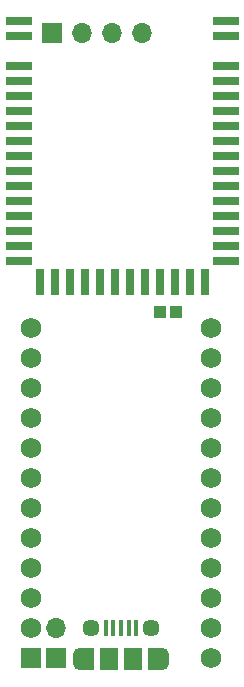
<source format=gbr>
G04 #@! TF.GenerationSoftware,KiCad,Pcbnew,(5.0.0)*
G04 #@! TF.CreationDate,2019-09-30T14:37:48-06:00*
G04 #@! TF.ProjectId,BlueMicro,426C75654D6963726F2E6B696361645F,rev?*
G04 #@! TF.SameCoordinates,Original*
G04 #@! TF.FileFunction,Soldermask,Top*
G04 #@! TF.FilePolarity,Negative*
%FSLAX46Y46*%
G04 Gerber Fmt 4.6, Leading zero omitted, Abs format (unit mm)*
G04 Created by KiCad (PCBNEW (5.0.0)) date 09/30/19 14:37:48*
%MOMM*%
%LPD*%
G01*
G04 APERTURE LIST*
%ADD10R,1.700000X1.700000*%
%ADD11O,1.700000X1.700000*%
%ADD12R,1.500000X1.900000*%
%ADD13C,1.450000*%
%ADD14R,0.400000X1.350000*%
%ADD15O,1.200000X1.900000*%
%ADD16R,1.200000X1.900000*%
%ADD17R,0.720000X2.200000*%
%ADD18R,2.200000X0.720000*%
%ADD19R,1.752600X1.752600*%
%ADD20C,1.752600*%
%ADD21R,1.000000X1.000000*%
G04 APERTURE END LIST*
D10*
G04 #@! TO.C,J9*
X72263000Y-53467000D03*
D11*
X74803000Y-53467000D03*
X77343000Y-53467000D03*
X79883000Y-53467000D03*
G04 #@! TD*
D10*
G04 #@! TO.C,J10*
X72644000Y-106426000D03*
D11*
X72644000Y-103886000D03*
G04 #@! TD*
D12*
G04 #@! TO.C,J17*
X79121000Y-106520500D03*
D13*
X75621000Y-103820500D03*
D14*
X77471000Y-103820500D03*
X76821000Y-103820500D03*
X79421000Y-103820500D03*
X78771000Y-103820500D03*
X78121000Y-103820500D03*
D13*
X80621000Y-103820500D03*
D12*
X77121000Y-106520500D03*
D15*
X74621000Y-106520500D03*
X81621000Y-106520500D03*
D16*
X81021000Y-106520500D03*
X75221000Y-106520500D03*
G04 #@! TD*
D17*
G04 #@! TO.C,U1*
X85217000Y-74549000D03*
X83947000Y-74549000D03*
X82677000Y-74549000D03*
X81407000Y-74549000D03*
X80137000Y-74549000D03*
X78867000Y-74549000D03*
X77597000Y-74549000D03*
X76327000Y-74549000D03*
X75057000Y-74549000D03*
X73787000Y-74549000D03*
X72517000Y-74549000D03*
X71247000Y-74549000D03*
D18*
X86995000Y-72771000D03*
X86995000Y-71501000D03*
X86995000Y-70231000D03*
X86995000Y-68961000D03*
X86995000Y-67691000D03*
X86995000Y-66421000D03*
X86995000Y-65151000D03*
X86995000Y-63881000D03*
X86995000Y-62611000D03*
X86995000Y-61341000D03*
X86995000Y-60071000D03*
X86995000Y-58801000D03*
X86995000Y-57531000D03*
X86995000Y-56261000D03*
X86995000Y-53721000D03*
X86995000Y-52451000D03*
X69469000Y-52451000D03*
X69469000Y-53721000D03*
X69469000Y-56261000D03*
X69469000Y-57531000D03*
X69469000Y-58801000D03*
X69469000Y-60071000D03*
X69469000Y-61341000D03*
X69469000Y-62611000D03*
X69469000Y-63881000D03*
X69469000Y-65151000D03*
X69469000Y-66421000D03*
X69469000Y-67691000D03*
X69469000Y-68961000D03*
X69469000Y-70231000D03*
X69469000Y-71501000D03*
X69469000Y-72771000D03*
G04 #@! TD*
D19*
G04 #@! TO.C,U5*
X70485000Y-106426000D03*
D20*
X70485000Y-103886000D03*
X70485000Y-101346000D03*
X70485000Y-98806000D03*
X70485000Y-96266000D03*
X70485000Y-93726000D03*
X70485000Y-91186000D03*
X70485000Y-88646000D03*
X70485000Y-86106000D03*
X70485000Y-83566000D03*
X70485000Y-81026000D03*
X70485000Y-78486000D03*
X85725000Y-78486000D03*
X85725000Y-81026000D03*
X85725000Y-83566000D03*
X85725000Y-86106000D03*
X85725000Y-88646000D03*
X85725000Y-91186000D03*
X85725000Y-93726000D03*
X85725000Y-96266000D03*
X85725000Y-98806000D03*
X85725000Y-101346000D03*
X85725000Y-103886000D03*
X85725000Y-106426000D03*
G04 #@! TD*
D21*
G04 #@! TO.C,TP5*
X81407000Y-77089000D03*
G04 #@! TD*
G04 #@! TO.C,TP6*
X82804000Y-77089000D03*
G04 #@! TD*
M02*

</source>
